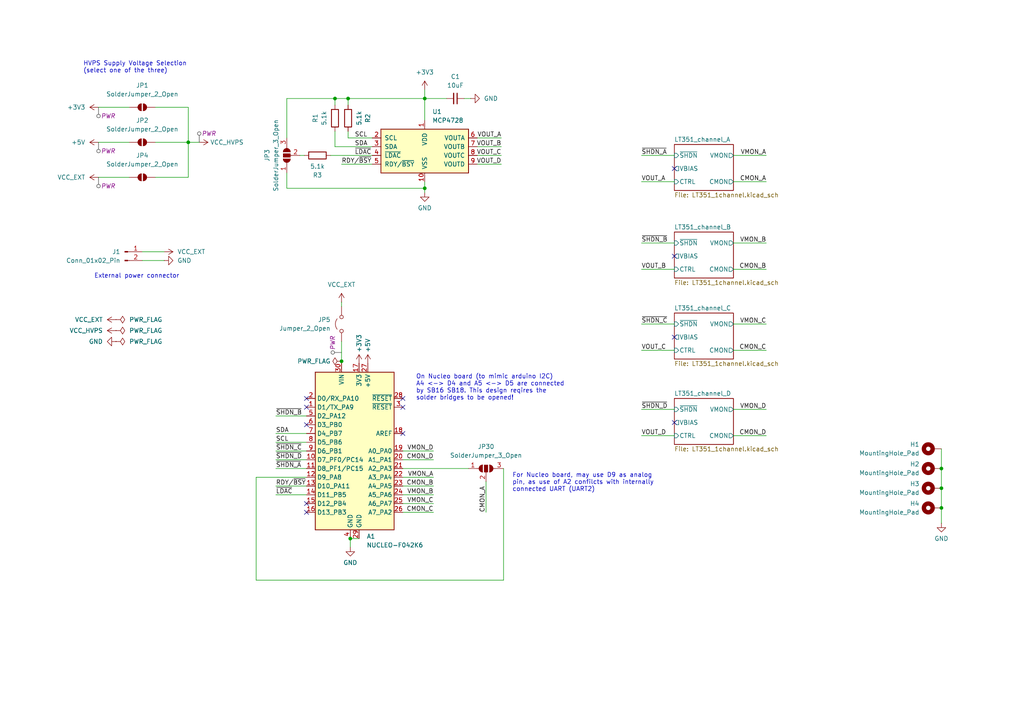
<source format=kicad_sch>
(kicad_sch (version 20250114) (generator "eeschema") (generator_version "9.0")
  (paper "A4")
  (lib_symbols
    (symbol "Analog_DAC:MCP4728" (pin_names (offset 1.016))
      (property "Reference" "U" (at -12.7 6.35 0))
      (property "Value" "MCP4728" (at 12.7 6.35 0))
      (symbol "MCP4728_0_1"
        (rectangle (start -12.7 5.08) (end 12.7 -7.62) (stroke (width 0.254)) (fill (type background)))
      )
      (symbol "MCP4728_1_1"
        (pin input line (at -15.24 2.54 0) (length 2.54) (name "SCL") (number "2"))
        (pin bidirectional line (at -15.24 0 0) (length 2.54) (name "SDA") (number "3"))
        (pin input line (at -15.24 -2.54 0) (length 2.54) (name "~{LDAC}") (number "4"))
        (pin output line (at -15.24 -5.08 0) (length 2.54) (name "RDY/~{BSY}") (number "5"))
        (pin power_in line (at 0 7.62 270) (length 2.54) (name "VDD") (number "1"))
        (pin power_in line (at 0 -10.16 90) (length 2.54) (name "VSS") (number "10"))
        (pin output line (at 15.24 2.54 180) (length 2.54) (name "VOUTA") (number "6"))
        (pin output line (at 15.24 0 180) (length 2.54) (name "VOUTB") (number "7"))
        (pin output line (at 15.24 -2.54 180) (length 2.54) (name "VOUTC") (number "8"))
        (pin output line (at 15.24 -5.08 180) (length 2.54) (name "VOUTD") (number "9"))
      )
    )
    (symbol "CLAWSv4:NUCLEO-F042K6"
      (property "Reference" "A" (at 2.54 10.795 0))
      (property "Value" "NUCLEO-F042K6" (at 17.78 -36.83 0))
      (symbol "NUCLEO-F042K6_0_1"
        (rectangle (start 2.54 10.16) (end 25.4 -35.56) (stroke (width 0.254)) (fill (type background)))
      )
      (symbol "NUCLEO-F042K6_1_1"
        (pin bidirectional line (at 0 2.54 0) (length 2.54) (name "D0/RX_PA10") (number "2"))
        (pin bidirectional line (at 0 0 0) (length 2.54) (name "D1/TX_PA9") (number "1"))
        (pin bidirectional line (at 0 -2.54 0) (length 2.54) (name "D2_PA12") (number "5"))
        (pin bidirectional line (at 0 -5.08 0) (length 2.54) (name "D3_PB0") (number "6"))
        (pin bidirectional line (at 0 -7.62 0) (length 2.54) (name "D4_PB7") (number "7"))
        (pin bidirectional line (at 0 -10.16 0) (length 2.54) (name "D5_PB6") (number "8"))
        (pin bidirectional line (at 0 -12.7 0) (length 2.54) (name "D6_PB1") (number "9"))
        (pin bidirectional line (at 0 -15.24 0) (length 2.54) (name "D7_PF0/PC14") (number "10"))
        (pin bidirectional line (at 0 -17.78 0) (length 2.54) (name "D8_PF1/PC15") (number "11"))
        (pin bidirectional line (at 0 -20.32 0) (length 2.54) (name "D9_PA8") (number "12"))
        (pin bidirectional line (at 0 -22.86 0) (length 2.54) (name "D10_PA11") (number "13"))
        (pin bidirectional line (at 0 -25.4 0) (length 2.54) (name "D11_PB5") (number "14"))
        (pin bidirectional line (at 0 -27.94 0) (length 2.54) (name "D12_PB4") (number "15"))
        (pin bidirectional line (at 0 -30.48 0) (length 2.54) (name "D13_PB3") (number "16"))
        (pin power_in line (at 10.16 12.7 270) (length 2.54) (name "VIN") (number "30"))
        (pin power_in line (at 12.7 -38.1 90) (length 2.54) (name "GND") (number "4"))
        (pin power_out line (at 15.24 12.7 270) (length 2.54) (name "3V3") (number "17"))
        (pin power_in line (at 15.24 -38.1 90) (length 2.54) (name "GND") (number "29"))
        (pin power_out line (at 17.78 12.7 270) (length 2.54) (name "+5V") (number "27"))
        (pin input line (at 27.94 2.54 180) (length 2.54) (name "~{RESET}") (number "28"))
        (pin input line (at 27.94 0 180) (length 2.54) (name "~{RESET}") (number "3"))
        (pin input line (at 27.94 -7.62 180) (length 2.54) (name "AREF") (number "18"))
        (pin bidirectional line (at 27.94 -12.7 180) (length 2.54) (name "A0_PA0") (number "19"))
        (pin bidirectional line (at 27.94 -15.24 180) (length 2.54) (name "A1_PA1") (number "20"))
        (pin bidirectional line (at 27.94 -17.78 180) (length 2.54) (name "A2_PA3") (number "21"))
        (pin bidirectional line (at 27.94 -20.32 180) (length 2.54) (name "A3_PA4") (number "22"))
        (pin bidirectional line (at 27.94 -22.86 180) (length 2.54) (name "A4_PA5") (number "23"))
        (pin bidirectional line (at 27.94 -25.4 180) (length 2.54) (name "A5_PA6") (number "24"))
        (pin bidirectional line (at 27.94 -27.94 180) (length 2.54) (name "A6_PA7") (number "25"))
        (pin bidirectional line (at 27.94 -30.48 180) (length 2.54) (name "A7_PA2") (number "26"))
      )
    )
    (symbol "Connector:Conn_01x02_Pin" (pin_names (offset 1.016) (hide yes))
      (property "Reference" "J" (at 0 2.54 0))
      (property "Value" "Conn_01x02_Pin" (at 0 -5.08 0))
      (symbol "Conn_01x02_Pin_1_1"
        (rectangle (start 0.8636 0.127) (end 0 -0.127) (stroke (width 0.1524)) (fill (type outline)))
        (rectangle (start 0.8636 -2.413) (end 0 -2.667) (stroke (width 0.1524)) (fill (type outline)))
        (polyline (pts (xy 1.27 0) (xy 0.8636 0)) (stroke (width 0.1524)))
        (polyline (pts (xy 1.27 -2.54) (xy 0.8636 -2.54)) (stroke (width 0.1524)))
        (pin passive line (at 5.08 0 180) (length 3.81) (name "Pin_1") (number "1"))
        (pin passive line (at 5.08 -2.54 180) (length 3.81) (name "Pin_2") (number "2"))
      )
    )
    (symbol "Device:C_Small" (pin_numbers (hide yes)) (pin_names (offset 0.254) (hide yes))
      (property "Reference" "C" (at 0.254 1.778 0))
      (property "Value" "C_Small" (at 0.254 -2.032 0))
      (symbol "C_Small_0_1"
        (polyline (pts (xy -1.524 0.508) (xy 1.524 0.508)) (stroke (width 0.3048)))
        (polyline (pts (xy -1.524 -0.508) (xy 1.524 -0.508)) (stroke (width 0.3302)))
      )
      (symbol "C_Small_1_1"
        (pin passive line (at 0 2.54 270) (length 2.032) (name "~") (number "1"))
        (pin passive line (at 0 -2.54 90) (length 2.032) (name "~") (number "2"))
      )
    )
    (symbol "Device:R" (pin_numbers (hide yes)) (pin_names (offset 0))
      (property "Reference" "R" (at 2.032 0 90))
      (property "Value" "R" (at 0 0 90))
      (symbol "R_0_1"
        (rectangle (start -1.016 -2.54) (end 1.016 2.54) (stroke (width 0.254)))
      )
      (symbol "R_1_1"
        (pin passive line (at 0 3.81 270) (length 1.27) (name "~") (number "1"))
        (pin passive line (at 0 -3.81 90) (length 1.27) (name "~") (number "2"))
      )
    )
    (symbol "Jumper:Jumper_2_Open" (pin_numbers (hide yes)) (pin_names (offset 0) (hide yes))
      (property "Reference" "JP" (at 0 2.794 0))
      (property "Value" "Jumper_2_Open" (at 0 -2.286 0))
      (symbol "Jumper_2_Open_0_0"
        (circle (center -2.032 0) (radius 0.508))
        (circle (center 2.032 0) (radius 0.508))
      )
      (symbol "Jumper_2_Open_0_1"
        (arc (start -1.524 1.27) (mid 0 1.778) (end 1.524 1.27))
      )
      (symbol "Jumper_2_Open_1_1"
        (pin passive line (at -5.08 0 0) (length 2.54) (name "A") (number "1"))
        (pin passive line (at 5.08 0 180) (length 2.54) (name "B") (number "2"))
      )
    )
    (symbol "Jumper:SolderJumper_2_Open" (pin_numbers (hide yes)) (pin_names (offset 0) (hide yes)) (in_bom no)
      (property "Reference" "JP" (at 0 2.032 0))
      (property "Value" "SolderJumper_2_Open" (at 0 -2.54 0))
      (symbol "SolderJumper_2_Open_0_1"
        (polyline (pts (xy -0.254 1.016) (xy -0.254 -1.016)))
        (arc (start -0.254 -1.016) (mid -1.2656 0) (end -0.254 1.016))
        (arc (start -0.254 -1.016) (mid -1.2656 0) (end -0.254 1.016) (fill (type outline)))
        (arc (start 0.254 1.016) (mid 1.2656 0) (end 0.254 -1.016))
        (arc (start 0.254 1.016) (mid 1.2656 0) (end 0.254 -1.016) (fill (type outline)))
        (polyline (pts (xy 0.254 1.016) (xy 0.254 -1.016)))
      )
      (symbol "SolderJumper_2_Open_1_1"
        (pin passive line (at -3.81 0 0) (length 2.54) (name "A") (number "1"))
        (pin passive line (at 3.81 0 180) (length 2.54) (name "B") (number "2"))
      )
    )
    (symbol "Jumper:SolderJumper_3_Open" (pin_names (offset 0) (hide yes)) (in_bom no)
      (property "Reference" "JP" (at -2.54 -2.54 0))
      (property "Value" "SolderJumper_3_Open" (at 0 2.794 0))
      (symbol "SolderJumper_3_Open_0_1"
        (polyline (pts (xy -2.54 0) (xy -2.032 0)))
        (polyline (pts (xy -1.016 1.016) (xy -1.016 -1.016)))
        (arc (start -1.016 -1.016) (mid -2.0276 0) (end -1.016 1.016))
        (arc (start -1.016 -1.016) (mid -2.0276 0) (end -1.016 1.016) (fill (type outline)))
        (rectangle (start -0.508 1.016) (end 0.508 -1.016) (fill (type outline)))
        (polyline (pts (xy 0 -1.27) (xy 0 -1.016)))
        (arc (start 1.016 1.016) (mid 2.0276 0) (end 1.016 -1.016))
        (arc (start 1.016 1.016) (mid 2.0276 0) (end 1.016 -1.016) (fill (type outline)))
        (polyline (pts (xy 1.016 1.016) (xy 1.016 -1.016)))
        (polyline (pts (xy 2.54 0) (xy 2.032 0)))
      )
      (symbol "SolderJumper_3_Open_1_1"
        (pin passive line (at -5.08 0 0) (length 2.54) (name "A") (number "1"))
        (pin passive line (at 0 -3.81 90) (length 2.54) (name "C") (number "2"))
        (pin passive line (at 5.08 0 180) (length 2.54) (name "B") (number "3"))
      )
    )
    (symbol "Mechanical:MountingHole_Pad" (pin_numbers (hide yes)) (pin_names (offset 1.016) (hide yes)) (in_bom no)
      (property "Reference" "H" (at 0 6.35 0))
      (property "Value" "MountingHole_Pad" (at 0 4.445 0))
      (symbol "MountingHole_Pad_0_1"
        (circle (center 0 1.27) (radius 1.27) (stroke (width 1.27)))
      )
      (symbol "MountingHole_Pad_1_1"
        (pin input line (at 0 -2.54 90) (length 2.54) (name "1") (number "1"))
      )
    )
    (symbol "power:+3V3" (power) (pin_numbers (hide yes)) (pin_names (offset 0) (hide yes))
      (property "Value" "+3V3" (at 0 3.556 0))
      (symbol "+3V3_0_1"
        (polyline (pts (xy -0.762 1.27) (xy 0 2.54)))
        (polyline (pts (xy 0 2.54) (xy 0.762 1.27)))
        (polyline (pts (xy 0 0) (xy 0 2.54)))
      )
      (symbol "+3V3_1_1"
        (pin power_in line (at 0 0 90) (length 0) (name "~") (number "1"))
      )
    )
    (symbol "power:+5V" (power) (pin_numbers (hide yes)) (pin_names (offset 0) (hide yes))
      (property "Value" "+5V" (at 0 3.556 0))
      (symbol "+5V_0_1"
        (polyline (pts (xy -0.762 1.27) (xy 0 2.54)))
        (polyline (pts (xy 0 2.54) (xy 0.762 1.27)))
        (polyline (pts (xy 0 0) (xy 0 2.54)))
      )
      (symbol "+5V_1_1"
        (pin power_in line (at 0 0 90) (length 0) (name "~") (number "1"))
      )
    )
    (symbol "power:GND" (power) (pin_numbers (hide yes)) (pin_names (offset 0) (hide yes))
      (property "Value" "GND" (at 0 -3.81 0))
      (symbol "GND_0_1"
        (polyline (pts (xy 0 0) (xy 0 -1.27) (xy 1.27 -1.27) (xy 0 -2.54) (xy -1.27 -1.27) (xy 0 -1.27)))
      )
      (symbol "GND_1_1"
        (pin power_in line (at 0 0 270) (length 0) (name "~") (number "1"))
      )
    )
    (symbol "power:PWR_FLAG" (power) (pin_numbers (hide yes)) (pin_names (offset 0) (hide yes))
      (property "Value" "PWR_FLAG" (at 0 3.81 0))
      (symbol "PWR_FLAG_0_0"
        (pin power_out line (at 0 0 90) (length 0) (name "~") (number "1"))
      )
      (symbol "PWR_FLAG_0_1"
        (polyline (pts (xy 0 0) (xy 0 1.27) (xy -1.016 1.905) (xy 0 2.54) (xy 1.016 1.905) (xy 0 1.27)))
      )
    )
  )
  (text "On Nucleo board (to mimic arduino I2C)\nA4 <-> D4 and A5 <-> D5 are connected\nby SB16 SB18. This design reqires the\nsolder bridges to be opened!" (at 120.65 108.585 0) (effects (font (size 1.27 1.27)) (justify left top)))
  (text "External power connector" (at 27.305 79.375 0) (effects (font (size 1.27 1.27)) (justify left top)))
  (text "HVPS Supply Voltage Selection\n(select one of the three)" (at 24.13 17.78 0) (effects (font (size 1.27 1.27)) (justify left top)))
  (text "For Nucleo board, may use D9 as analog\npin, as use of A2 confilcts with internally\nconnected UART (UART2)" (at 148.59 137.16 0) (effects (font (size 1.27 1.27)) (justify left top)))
  (junction (at 123.19 28.575))
  (junction (at 273.05 141.605))
  (junction (at 273.05 135.89))
  (junction (at 99.06 104.775))
  (junction (at 97.155 28.575))
  (junction (at 123.19 54.61))
  (junction (at 101.6 156.21))
  (junction (at 273.05 147.32))
  (junction (at 54.61 41.275))
  (junction (at 100.965 28.575))
  (no_connect (at 88.9 123.19))
  (no_connect (at 116.84 118.11))
  (no_connect (at 88.9 146.05))
  (no_connect (at 195.58 97.79))
  (no_connect (at 116.84 125.73))
  (no_connect (at 88.9 118.11))
  (no_connect (at 88.9 148.59))
  (no_connect (at 195.58 48.895))
  (no_connect (at 195.58 122.555))
  (no_connect (at 88.9 115.57))
  (no_connect (at 195.58 74.295))
  (no_connect (at 116.84 115.57))
  (wire (pts (xy 125.73 133.35) (xy 116.84 133.35)))
  (wire (pts (xy 212.725 126.365) (xy 222.25 126.365)))
  (wire (pts (xy 273.05 135.89) (xy 273.05 141.605)))
  (wire (pts (xy 125.73 138.43) (xy 116.84 138.43)))
  (wire (pts (xy 186.055 118.745) (xy 195.58 118.745)))
  (wire (pts (xy 74.295 138.43) (xy 74.295 168.275)))
  (wire (pts (xy 212.725 101.6) (xy 222.25 101.6)))
  (wire (pts (xy 125.73 140.97) (xy 116.84 140.97)))
  (wire (pts (xy 83.185 50.165) (xy 83.185 54.61)))
  (wire (pts (xy 123.19 26.035) (xy 123.19 28.575)))
  (wire (pts (xy 186.055 45.085) (xy 195.58 45.085)))
  (wire (pts (xy 125.73 143.51) (xy 116.84 143.51)))
  (wire (pts (xy 125.73 130.81) (xy 116.84 130.81)))
  (wire (pts (xy 100.965 40.005) (xy 107.95 40.005)))
  (wire (pts (xy 186.055 78.105) (xy 195.58 78.105)))
  (wire (pts (xy 101.6 158.75) (xy 101.6 156.21)))
  (wire (pts (xy 45.085 31.115) (xy 54.61 31.115)))
  (wire (pts (xy 123.19 54.61) (xy 123.19 52.705)))
  (wire (pts (xy 123.19 28.575) (xy 100.965 28.575)))
  (wire (pts (xy 80.01 125.73) (xy 88.9 125.73)))
  (wire (pts (xy 28.575 41.275) (xy 37.465 41.275)))
  (wire (pts (xy 54.61 41.275) (xy 54.61 51.435)))
  (wire (pts (xy 97.155 42.545) (xy 97.155 38.1)))
  (wire (pts (xy 100.965 28.575) (xy 97.155 28.575)))
  (wire (pts (xy 28.575 51.435) (xy 37.465 51.435)))
  (wire (pts (xy 100.965 28.575) (xy 100.965 30.48)))
  (wire (pts (xy 125.73 148.59) (xy 116.84 148.59)))
  (wire (pts (xy 273.05 141.605) (xy 273.05 147.32)))
  (wire (pts (xy 145.415 45.085) (xy 138.43 45.085)))
  (wire (pts (xy 99.06 104.775) (xy 99.06 105.41)))
  (wire (pts (xy 123.19 55.88) (xy 123.19 54.61)))
  (wire (pts (xy 134.62 28.575) (xy 136.525 28.575)))
  (wire (pts (xy 86.995 45.085) (xy 88.265 45.085)))
  (wire (pts (xy 186.055 70.485) (xy 195.58 70.485)))
  (wire (pts (xy 45.085 41.275) (xy 54.61 41.275)))
  (wire (pts (xy 47.625 75.565) (xy 41.275 75.565)))
  (wire (pts (xy 99.06 99.06) (xy 99.06 104.775)))
  (wire (pts (xy 212.725 78.105) (xy 222.25 78.105)))
  (wire (pts (xy 273.05 130.175) (xy 273.05 135.89)))
  (wire (pts (xy 212.725 118.745) (xy 222.25 118.745)))
  (wire (pts (xy 80.01 120.65) (xy 88.9 120.65)))
  (wire (pts (xy 212.725 45.085) (xy 222.25 45.085)))
  (wire (pts (xy 101.6 156.21) (xy 104.14 156.21)))
  (wire (pts (xy 54.61 31.115) (xy 54.61 41.275)))
  (wire (pts (xy 45.085 51.435) (xy 54.61 51.435)))
  (wire (pts (xy 54.61 41.275) (xy 57.785 41.275)))
  (wire (pts (xy 123.19 28.575) (xy 123.19 34.925)))
  (wire (pts (xy 140.97 148.59) (xy 140.97 139.7)))
  (wire (pts (xy 28.575 31.115) (xy 37.465 31.115)))
  (wire (pts (xy 41.275 73.025) (xy 47.625 73.025)))
  (wire (pts (xy 99.06 87.63) (xy 99.06 88.9)))
  (wire (pts (xy 186.055 126.365) (xy 195.58 126.365)))
  (wire (pts (xy 145.415 42.545) (xy 138.43 42.545)))
  (wire (pts (xy 80.01 143.51) (xy 88.9 143.51)))
  (wire (pts (xy 186.055 101.6) (xy 195.58 101.6)))
  (wire (pts (xy 212.725 52.705) (xy 222.25 52.705)))
  (wire (pts (xy 146.05 168.275) (xy 74.295 168.275)))
  (wire (pts (xy 80.01 128.27) (xy 88.9 128.27)))
  (wire (pts (xy 80.01 133.35) (xy 88.9 133.35)))
  (wire (pts (xy 212.725 93.98) (xy 222.25 93.98)))
  (wire (pts (xy 83.185 54.61) (xy 123.19 54.61)))
  (wire (pts (xy 116.84 135.89) (xy 135.89 135.89)))
  (wire (pts (xy 80.01 135.89) (xy 88.9 135.89)))
  (wire (pts (xy 273.05 147.32) (xy 273.05 151.765)))
  (wire (pts (xy 145.415 40.005) (xy 138.43 40.005)))
  (wire (pts (xy 80.01 130.81) (xy 88.9 130.81)))
  (wire (pts (xy 83.185 28.575) (xy 83.185 40.005)))
  (wire (pts (xy 146.05 135.89) (xy 146.05 168.275)))
  (wire (pts (xy 100.965 40.005) (xy 100.965 38.1)))
  (wire (pts (xy 74.295 138.43) (xy 88.9 138.43)))
  (wire (pts (xy 97.155 42.545) (xy 107.95 42.545)))
  (wire (pts (xy 129.54 28.575) (xy 123.19 28.575)))
  (wire (pts (xy 80.01 140.97) (xy 88.9 140.97)))
  (wire (pts (xy 186.055 52.705) (xy 195.58 52.705)))
  (wire (pts (xy 212.725 70.485) (xy 222.25 70.485)))
  (wire (pts (xy 97.155 28.575) (xy 83.185 28.575)))
  (wire (pts (xy 95.885 45.085) (xy 107.95 45.085)))
  (wire (pts (xy 99.06 47.625) (xy 107.95 47.625)))
  (wire (pts (xy 186.055 93.98) (xy 195.58 93.98)))
  (wire (pts (xy 97.155 28.575) (xy 97.155 30.48)))
  (wire (pts (xy 125.73 146.05) (xy 116.84 146.05)))
  (wire (pts (xy 145.415 47.625) (xy 138.43 47.625)))
  (label "VMON_D" (at 125.73 130.81 180))
  (label "VOUT_C" (at 186.055 101.6 0))
  (label "CMON_C" (at 222.25 101.6 180))
  (label "SDA" (at 80.01 125.73 0))
  (label "SCL" (at 102.87 40.005 0))
  (label "VOUT_B" (at 145.415 42.545 180))
  (label "VOUT_B" (at 186.055 78.105 0))
  (label "CMON_A" (at 222.25 52.705 180))
  (label "RDY{slash}~{BSY}" (at 80.01 140.97 0))
  (label "VMON_B" (at 222.25 70.485 180))
  (label "CMON_D" (at 125.73 133.35 180))
  (label "VMON_A" (at 125.73 138.43 180))
  (label "~{SHDN_B}" (at 80.01 120.65 0))
  (label "VOUT_A" (at 186.055 52.705 0))
  (label "CMON_D" (at 222.25 126.365 180))
  (label "VOUT_A" (at 145.415 40.005 180))
  (label "~{LDAC}" (at 102.87 45.085 0))
  (label "SCL" (at 80.01 128.27 0))
  (label "~{LDAC}" (at 80.01 143.51 0))
  (label "CMON_A" (at 140.97 148.59 90))
  (label "VOUT_D" (at 186.055 126.365 0))
  (label "~{SHDN_C}" (at 186.055 93.98 0))
  (label "VOUT_C" (at 145.415 45.085 180))
  (label "CMON_B" (at 125.73 140.97 180))
  (label "VMON_B" (at 125.73 143.51 180))
  (label "VMON_C" (at 222.25 93.98 180))
  (label "VMON_D" (at 222.25 118.745 180))
  (label "~{SHDN_B}" (at 186.055 70.485 0))
  (label "~{SHDN_C}" (at 80.01 130.81 0))
  (label "VMON_C" (at 125.73 146.05 180))
  (label "CMON_C" (at 125.73 148.59 180))
  (label "CMON_B" (at 222.25 78.105 180))
  (label "~{SHDN_D}" (at 80.01 133.35 0))
  (label "~{SHDN_D}" (at 186.055 118.745 0))
  (label "RDY{slash}~{BSY}" (at 99.06 47.625 0))
  (label "~{SHDN_A}" (at 80.01 135.89 0))
  (label "VMON_A" (at 222.25 45.085 180))
  (label "~{SHDN_A}" (at 186.055 45.085 0))
  (label "VOUT_D" (at 145.415 47.625 180))
  (label "SDA" (at 102.87 42.545 0))
  (netclass_flag "" (length 2.54) (shape round) (at 28.575 31.115 180) (property "Netclass" "PWR" (at 29.2735 33.655 0) (effects (font (italic yes)) (justify left))))
  (netclass_flag "" (length 2.54) (shape round) (at 57.785 41.275 0) (property "Netclass" "PWR" (at 58.4835 38.735 0) (effects (font (italic yes)) (justify left))))
  (netclass_flag "" (length 2.54) (shape round) (at 28.575 51.435 180) (property "Netclass" "PWR" (at 29.2735 53.975 0) (effects (font (italic yes)) (justify left))))
  (netclass_flag "" (length 2.54) (shape round) (at 99.06 102.235 90) (property "Netclass" "PWR" (at 96.52 101.5365 90) (effects (font (italic yes)) (justify left))))
  (netclass_flag "" (length 2.54) (shape round) (at 28.575 41.275 180) (property "Netclass" "PWR" (at 29.2735 43.815 0) (effects (font (italic yes)) (justify left))))
  (symbol (lib_id "power:+5V") (at 28.575 51.435 90) (unit 1)
    (property "Reference" "#PWR06" (effects (hide yes)))
    (property "Value" "VCC_EXT" (at 24.765 51.4349 90) (effects (justify left)))
    (property "Description" "Power symbol creates a global label with name \"+5V\"" (effects (hide yes)))
  )
  (symbol (lib_id "Jumper:SolderJumper_3_Open") (at 140.97 135.89 0) (unit 1) (exclude_from_sim yes) (in_bom no)
    (property "Reference" "JP30" (at 140.97 129.54 0))
    (property "Value" "SolderJumper_3_Open" (at 140.97 132.08 0))
    (property "Footprint" "Jumper:SolderJumper-3_P2.0mm_Open_TrianglePad1.0x1.5mm_NumberLabels" (effects (hide yes)))
    (property "Description" "Solder Jumper, 3-pole, open" (effects (hide yes)))
  )
  (symbol (lib_id "power:+5V") (at 99.06 87.63 0) (unit 1)
    (property "Reference" "#PWR010" (effects (hide yes)))
    (property "Value" "VCC_EXT" (at 99.06 82.55 0))
    (property "Description" "Power symbol creates a global label with name \"+5V\"" (effects (hide yes)))
  )
  (symbol (lib_id "power:+5V") (at 33.655 92.71 90) (unit 1)
    (property "Reference" "#PWR011" (effects (hide yes)))
    (property "Value" "VCC_EXT" (at 29.845 92.7099 90) (effects (justify left)))
    (property "Description" "Power symbol creates a global label with name \"+5V\"" (effects (hide yes)))
  )
  (symbol (lib_id "Jumper:SolderJumper_3_Open") (at 83.185 45.085 90) (unit 1) (exclude_from_sim yes) (in_bom no)
    (property "Reference" "JP3" (at 77.47 45.085 0))
    (property "Value" "SolderJumper_3_Open" (at 80.01 45.085 0))
    (property "Footprint" "Jumper:SolderJumper-3_P2.0mm_Open_TrianglePad1.0x1.5mm_NumberLabels" (effects (hide yes)))
    (property "Description" "Solder Jumper, 3-pole, open" (effects (hide yes)))
  )
  (symbol (lib_id "Analog_DAC:MCP4728") (at 123.19 42.545 0) (unit 1)
    (property "Reference" "U1" (at 125.3841 32.385 0) (effects (justify left)))
    (property "Value" "MCP4728" (at 125.3841 34.925 0) (effects (justify left)))
    (property "Footprint" "Package_SO:MSOP-10_3x3mm_P0.5mm" (effects (hide yes)))
    (property "Datasheet" "http://ww1.microchip.com/downloads/en/DeviceDoc/22187E.pdf" (effects (hide yes)))
    (property "Description" "12-bit digital to analog converter, quad output, 2.048V internal reference, integrated EEPROM, I2C interface" (effects (hide yes)))
  )
  (symbol (lib_id "power:GND") (at 123.19 55.88 0) (unit 1)
    (property "Reference" "#PWR07" (effects (hide yes)))
    (property "Value" "GND" (at 123.19 60.325 0))
    (property "Description" "Power symbol creates a global label with name \"GND\" , ground" (effects (hide yes)))
  )
  (symbol (lib_id "Device:R") (at 100.965 34.29 0) (mirror x) (unit 1)
    (property "Reference" "R2" (at 106.68 34.29 90))
    (property "Value" "5.1k" (at 104.14 34.29 90))
    (property "Footprint" "Resistor_SMD:R_0603_1608Metric" (effects (hide yes)))
    (property "Description" "Resistor" (effects (hide yes)))
  )
  (symbol (lib_id "Mechanical:MountingHole_Pad") (at 270.51 147.32 90) (unit 1) (exclude_from_sim yes) (in_bom no)
    (property "Reference" "H4" (at 266.7 146.05 90) (effects (justify left)))
    (property "Value" "MountingHole_Pad" (at 266.7 148.59 90) (effects (justify left)))
    (property "Footprint" "MountingHole:MountingHole_3.2mm_M3_Pad_Via" (effects (hide yes)))
    (property "Description" "Mounting Hole with connection" (effects (hide yes)))
  )
  (symbol (lib_id "power:+3V3") (at 104.14 105.41 0) (unit 1)
    (property "Reference" "#PWR014" (effects (hide yes)))
    (property "Value" "+3V3" (at 104.14 102.235 90) (effects (justify left)))
    (property "Description" "Power symbol creates a global label with name \"+3V3\"" (effects (hide yes)))
  )
  (symbol (lib_id "Jumper:Jumper_2_Open") (at 99.06 93.98 90) (unit 1) (exclude_from_sim yes)
    (property "Reference" "JP5" (at 95.885 92.7099 90) (effects (justify left)))
    (property "Value" "Jumper_2_Open" (at 95.885 95.2499 90) (effects (justify left)))
    (property "Footprint" "Connector_PinHeader_2.54mm:PinHeader_1x02_P2.54mm_Vertical" (effects (hide yes)))
    (property "Description" "Jumper, 2-pole, open" (effects (hide yes)))
  )
  (symbol (lib_id "Mechanical:MountingHole_Pad") (at 270.51 135.89 90) (unit 1) (exclude_from_sim yes) (in_bom no)
    (property "Reference" "H2" (at 266.7 134.62 90) (effects (justify left)))
    (property "Value" "MountingHole_Pad" (at 266.7 137.16 90) (effects (justify left)))
    (property "Footprint" "MountingHole:MountingHole_3.2mm_M3_Pad_Via" (effects (hide yes)))
    (property "Description" "Mounting Hole with connection" (effects (hide yes)))
  )
  (symbol (lib_id "power:PWR_FLAG") (at 99.06 104.775 90) (unit 1)
    (property "Reference" "#FLG04" (effects (hide yes)))
    (property "Value" "PWR_FLAG" (at 95.885 104.7749 90) (effects (justify left)))
    (property "Description" "Special symbol for telling ERC where power comes from" (effects (hide yes)))
  )
  (symbol (lib_id "CLAWSv4:NUCLEO-F042K6") (at 88.9 118.11 0) (unit 1)
    (property "Reference" "A1" (at 106.3341 155.575 0) (effects (justify left)))
    (property "Value" "NUCLEO-F042K6" (at 106.3341 158.115 0) (effects (justify left)))
    (property "Footprint" "CLAWSv4:NUCLEO_NANO_Hybrid" (effects (hide yes)))
    (property "Datasheet" "https://www.st.com/en/evaluation-tools/nucleo-f042k6.html" (effects (hide yes)))
    (property "Description" "NUCLEO-F042K6" (effects (hide yes)))
  )
  (symbol (lib_id "Jumper:SolderJumper_2_Open") (at 41.275 51.435 0) (unit 1) (exclude_from_sim yes) (in_bom no)
    (property "Reference" "JP4" (at 41.275 45.085 0))
    (property "Value" "SolderJumper_2_Open" (at 41.275 47.625 0))
    (property "Footprint" "Jumper:SolderJumper-2_P1.3mm_Open_TrianglePad1.0x1.5mm" (effects (hide yes)))
    (property "Description" "Solder Jumper, 2-pole, open" (effects (hide yes)))
  )
  (symbol (lib_id "power:GND") (at 273.05 151.765 0) (unit 1)
    (property "Reference" "#PWR016" (effects (hide yes)))
    (property "Value" "GND" (at 273.05 156.21 0))
    (property "Description" "Power symbol creates a global label with name \"GND\" , ground" (effects (hide yes)))
  )
  (symbol (lib_id "power:+5V") (at 47.625 73.025 270) (unit 1)
    (property "Reference" "#PWR08" (effects (hide yes)))
    (property "Value" "VCC_EXT" (at 51.435 73.0249 90) (effects (justify left)))
    (property "Description" "Power symbol creates a global label with name \"+5V\"" (effects (hide yes)))
  )
  (symbol (lib_id "power:+3V3") (at 123.19 26.035 0) (unit 1)
    (property "Reference" "#PWR01" (effects (hide yes)))
    (property "Value" "+3V3" (at 123.19 20.955 0))
    (property "Description" "Power symbol creates a global label with name \"+3V3\"" (effects (hide yes)))
  )
  (symbol (lib_id "power:+5V") (at 57.785 41.275 270) (unit 1)
    (property "Reference" "#PWR05" (effects (hide yes)))
    (property "Value" "VCC_HVPS" (at 60.96 41.2749 90) (effects (justify left)))
    (property "Description" "Power symbol creates a global label with name \"+5V\"" (effects (hide yes)))
  )
  (symbol (lib_id "power:+5V") (at 33.655 95.885 90) (unit 1)
    (property "Reference" "#PWR012" (effects (hide yes)))
    (property "Value" "VCC_HVPS" (at 29.845 95.8849 90) (effects (justify left)))
    (property "Description" "Power symbol creates a global label with name \"+5V\"" (effects (hide yes)))
  )
  (symbol (lib_id "Connector:Conn_01x02_Pin") (at 36.195 73.025 0) (unit 1)
    (property "Reference" "J1" (at 34.925 73.0249 0) (effects (justify right)))
    (property "Value" "Conn_01x02_Pin" (at 34.925 75.5649 0) (effects (justify right)))
    (property "Footprint" "Connector_Phoenix_MC:PhoenixContact_MCV_1,5_2-G-3.81_1x02_P3.81mm_Vertical" (effects (hide yes)))
    (property "Description" "Generic connector, single row, 01x02, script generated" (effects (hide yes)))
  )
  (symbol (lib_id "power:GND") (at 136.525 28.575 90) (unit 1)
    (property "Reference" "#PWR02" (effects (hide yes)))
    (property "Value" "GND" (at 140.335 28.5749 90) (effects (justify right)))
    (property "Description" "Power symbol creates a global label with name \"GND\" , ground" (effects (hide yes)))
  )
  (symbol (lib_id "power:GND") (at 33.655 99.06 270) (mirror x) (unit 1)
    (property "Reference" "#PWR013" (effects (hide yes)))
    (property "Value" "GND" (at 29.845 99.0599 90) (effects (justify right)))
    (property "Description" "Power symbol creates a global label with name \"GND\" , ground" (effects (hide yes)))
  )
  (symbol (lib_id "Mechanical:MountingHole_Pad") (at 270.51 141.605 90) (unit 1) (exclude_from_sim yes) (in_bom no)
    (property "Reference" "H3" (at 266.7 140.335 90) (effects (justify left)))
    (property "Value" "MountingHole_Pad" (at 266.7 142.875 90) (effects (justify left)))
    (property "Footprint" "MountingHole:MountingHole_3.2mm_M3_Pad_Via" (effects (hide yes)))
    (property "Description" "Mounting Hole with connection" (effects (hide yes)))
  )
  (symbol (lib_id "power:GND") (at 47.625 75.565 90) (mirror x) (unit 1)
    (property "Reference" "#PWR09" (effects (hide yes)))
    (property "Value" "GND" (at 51.435 75.5649 90) (effects (justify right)))
    (property "Description" "Power symbol creates a global label with name \"GND\" , ground" (effects (hide yes)))
  )
  (symbol (lib_id "power:+5V") (at 28.575 41.275 90) (unit 1)
    (property "Reference" "#PWR04" (effects (hide yes)))
    (property "Value" "+5V" (at 24.765 41.275 90) (effects (justify left)))
    (property "Description" "Power symbol creates a global label with name \"+5V\"" (effects (hide yes)))
  )
  (symbol (lib_id "Device:C_Small") (at 132.08 28.575 270) (mirror x) (unit 1)
    (property "Reference" "C1" (at 132.08 22.225 90))
    (property "Value" "10uF" (at 132.08 24.765 90))
    (property "Footprint" "Capacitor_SMD:C_0603_1608Metric" (effects (hide yes)))
    (property "Description" "Unpolarized capacitor, small symbol" (effects (hide yes)))
  )
  (symbol (lib_id "power:+5V") (at 106.68 105.41 0) (unit 1)
    (property "Reference" "#PWR015" (effects (hide yes)))
    (property "Value" "+5V" (at 106.6801 102.235 90) (effects (justify left)))
    (property "Description" "Power symbol creates a global label with name \"+5V\"" (effects (hide yes)))
  )
  (symbol (lib_id "power:PWR_FLAG") (at 33.655 99.06 270) (unit 1)
    (property "Reference" "#FLG03" (effects (hide yes)))
    (property "Value" "PWR_FLAG" (at 37.465 99.0599 90) (effects (justify left)))
    (property "Description" "Special symbol for telling ERC where power comes from" (effects (hide yes)))
  )
  (symbol (lib_id "power:GND") (at 101.6 158.75 0) (unit 1)
    (property "Reference" "#PWR017" (effects (hide yes)))
    (property "Value" "GND" (at 101.6 163.195 0))
    (property "Description" "Power symbol creates a global label with name \"GND\" , ground" (effects (hide yes)))
  )
  (symbol (lib_id "Device:R") (at 97.155 34.29 180) (unit 1)
    (property "Reference" "R1" (at 91.44 34.29 90))
    (property "Value" "5.1k" (at 93.98 34.29 90))
    (property "Footprint" "Resistor_SMD:R_0603_1608Metric" (effects (hide yes)))
    (property "Description" "Resistor" (effects (hide yes)))
  )
  (symbol (lib_id "power:+3V3") (at 28.575 31.115 90) (unit 1)
    (property "Reference" "#PWR03" (effects (hide yes)))
    (property "Value" "+3V3" (at 24.765 31.1151 90) (effects (justify left)))
    (property "Description" "Power symbol creates a global label with name \"+3V3\"" (effects (hide yes)))
  )
  (symbol (lib_id "power:PWR_FLAG") (at 33.655 95.885 270) (unit 1)
    (property "Reference" "#FLG02" (effects (hide yes)))
    (property "Value" "PWR_FLAG" (at 37.465 95.8849 90) (effects (justify left)))
    (property "Description" "Special symbol for telling ERC where power comes from" (effects (hide yes)))
  )
  (symbol (lib_id "Jumper:SolderJumper_2_Open") (at 41.275 31.115 0) (unit 1) (exclude_from_sim yes) (in_bom no)
    (property "Reference" "JP1" (at 41.275 24.765 0))
    (property "Value" "SolderJumper_2_Open" (at 41.275 27.305 0))
    (property "Footprint" "Jumper:SolderJumper-2_P1.3mm_Open_TrianglePad1.0x1.5mm" (effects (hide yes)))
    (property "Description" "Solder Jumper, 2-pole, open" (effects (hide yes)))
  )
  (symbol (lib_id "Mechanical:MountingHole_Pad") (at 270.51 130.175 90) (unit 1) (exclude_from_sim yes) (in_bom no)
    (property "Reference" "H1" (at 266.7 128.905 90) (effects (justify left)))
    (property "Value" "MountingHole_Pad" (at 266.7 131.445 90) (effects (justify left)))
    (property "Footprint" "MountingHole:MountingHole_3.2mm_M3_Pad_Via" (effects (hide yes)))
    (property "Description" "Mounting Hole with connection" (effects (hide yes)))
  )
  (symbol (lib_id "Device:R") (at 92.075 45.085 90) (mirror x) (unit 1)
    (property "Reference" "R3" (at 92.075 50.8 90))
    (property "Value" "5.1k" (at 92.075 48.26 90))
    (property "Footprint" "Resistor_SMD:R_0603_1608Metric" (effects (hide yes)))
    (property "Description" "Resistor" (effects (hide yes)))
  )
  (symbol (lib_id "power:PWR_FLAG") (at 33.655 92.71 270) (unit 1)
    (property "Reference" "#FLG01" (effects (hide yes)))
    (property "Value" "PWR_FLAG" (at 37.465 92.7099 90) (effects (justify left)))
    (property "Description" "Special symbol for telling ERC where power comes from" (effects (hide yes)))
  )
  (symbol (lib_id "Jumper:SolderJumper_2_Open") (at 41.275 41.275 0) (unit 1) (exclude_from_sim yes) (in_bom no)
    (property "Reference" "JP2" (at 41.275 34.925 0))
    (property "Value" "SolderJumper_2_Open" (at 41.275 37.465 0))
    (property "Footprint" "Jumper:SolderJumper-2_P1.3mm_Open_TrianglePad1.0x1.5mm" (effects (hide yes)))
    (property "Description" "Solder Jumper, 2-pole, open" (effects (hide yes)))
  )
  (sheet (at 195.58 41.91) (size 17.145 13.335) (stroke (width 0.1524))
    (property "Sheetname" "LT351_channel_A" (at 195.58 41.1984 0) (effects (justify left bottom)))
    (property "Sheetfile" "LT351_1channel.kicad_sch" (at 195.58 55.8296 0) (effects (justify left top)))
    (pin "~{SHDN}" input (at 195.58 45.085 180))
    (pin "CMON" output (at 212.725 52.705 0))
    (pin "VMON" output (at 212.725 45.085 0))
    (pin "VBIAS" output (at 195.58 48.895 180))
    (pin "CTRL" input (at 195.58 52.705 180))
  )
  (sheet (at 195.58 67.31) (size 17.145 13.335) (stroke (width 0.1524))
    (property "Sheetname" "LT351_channel_B" (at 195.58 66.5984 0) (effects (justify left bottom)))
    (property "Sheetfile" "LT351_1channel.kicad_sch" (at 195.58 81.2296 0) (effects (justify left top)))
    (pin "~{SHDN}" input (at 195.58 70.485 180))
    (pin "CMON" output (at 212.725 78.105 0))
    (pin "VMON" output (at 212.725 70.485 0))
    (pin "VBIAS" output (at 195.58 74.295 180))
    (pin "CTRL" input (at 195.58 78.105 180))
  )
  (sheet (at 195.58 115.57) (size 17.145 13.335) (stroke (width 0.1524))
    (property "Sheetname" "LT351_channel_D" (at 195.58 114.8584 0) (effects (justify left bottom)))
    (property "Sheetfile" "LT351_1channel.kicad_sch" (at 195.58 129.4896 0) (effects (justify left top)))
    (pin "~{SHDN}" input (at 195.58 118.745 180))
    (pin "CMON" output (at 212.725 126.365 0))
    (pin "VMON" output (at 212.725 118.745 0))
    (pin "VBIAS" output (at 195.58 122.555 180))
    (pin "CTRL" input (at 195.58 126.365 180))
  )
  (sheet (at 195.58 90.805) (size 17.145 13.335) (stroke (width 0.1524))
    (property "Sheetname" "LT351_channel_C" (at 195.58 90.0934 0) (effects (justify left bottom)))
    (property "Sheetfile" "LT351_1channel.kicad_sch" (at 195.58 104.7246 0) (effects (justify left top)))
    (pin "~{SHDN}" input (at 195.58 93.98 180))
    (pin "CMON" output (at 212.725 101.6 0))
    (pin "VMON" output (at 212.725 93.98 0))
    (pin "VBIAS" output (at 195.58 97.79 180))
    (pin "CTRL" input (at 195.58 101.6 180))
  )
)
</source>
